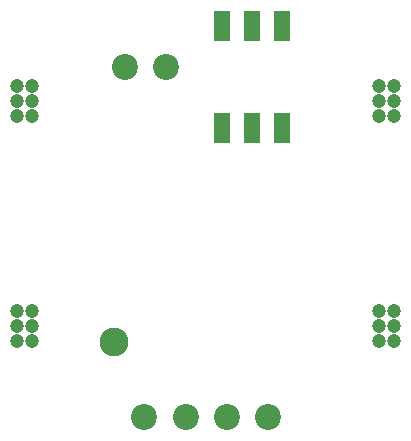
<source format=gts>
G04*
G04 #@! TF.GenerationSoftware,Altium Limited,Altium Designer,20.1.8 (145)*
G04*
G04 Layer_Color=8388736*
%FSTAX43Y43*%
%MOMM*%
G71*
G04*
G04 #@! TF.SameCoordinates,4F0FCE7A-41FC-4E90-8E0B-8DC11F55BA44*
G04*
G04*
G04 #@! TF.FilePolarity,Negative*
G04*
G01*
G75*
%ADD14R,1.330X2.640*%
%ADD15C,2.200*%
%ADD16C,1.200*%
%ADD17C,2.450*%
D14*
X0106834Y0114754D02*
D03*
X0109374D02*
D03*
X0111914D02*
D03*
Y0106154D02*
D03*
X0109374D02*
D03*
X0106834D02*
D03*
D15*
X0098599Y0111279D02*
D03*
X0102099D02*
D03*
X0103774Y0081604D02*
D03*
X0100274D02*
D03*
X0107274D02*
D03*
X0110774D02*
D03*
D16*
X0089479Y0090648D02*
D03*
X0090749D02*
D03*
X0089479Y0089378D02*
D03*
X0090749D02*
D03*
X0089479Y0088108D02*
D03*
X0090749D02*
D03*
X0089479Y0109648D02*
D03*
X0090749D02*
D03*
X0089479Y0108378D02*
D03*
X0090749D02*
D03*
X0089479Y0107108D02*
D03*
X0090749D02*
D03*
X0120149Y0090648D02*
D03*
X0121419D02*
D03*
X0120149Y0089378D02*
D03*
X0121419D02*
D03*
X0120149Y0088108D02*
D03*
X0121419D02*
D03*
X0120149Y0109648D02*
D03*
X0121419D02*
D03*
X0120149Y0108378D02*
D03*
X0121419D02*
D03*
X0120149Y0107108D02*
D03*
X0121419D02*
D03*
D17*
X0097661Y0088016D02*
D03*
M02*

</source>
